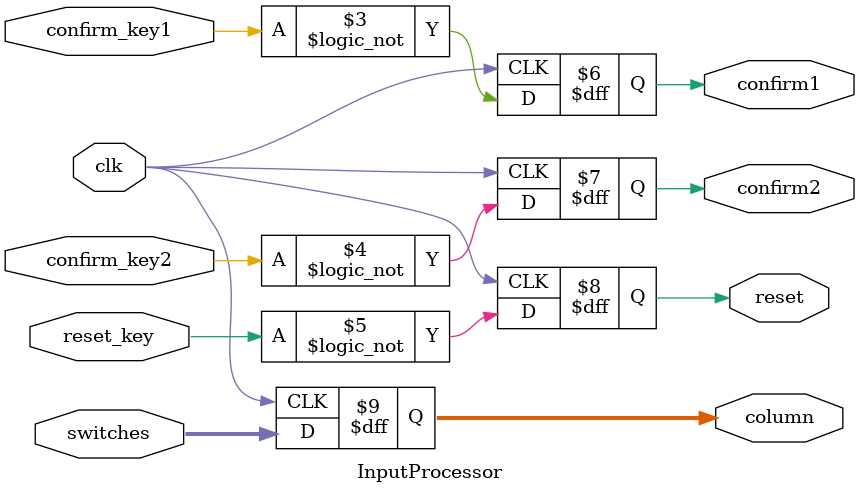
<source format=v>
module InputProcessor (
    input clk,               
    input [2:0] switches,    
    input confirm_key1,       
input confirm_key2,
    input reset_key,       
    output reg [2:0] column, 
    output reg confirm1,       
output reg confirm2,
    output reg reset        
);

    always @(posedge clk) begin
        column <= switches; 
    end

    always @(posedge clk) begin
        confirm1 <= !confirm_key1; 
	confirm2 <= !confirm_key2;
        reset <= !reset_key;      
    end

endmodule

</source>
